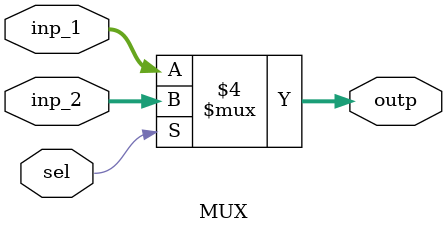
<source format=v>
`timescale 1ns / 1ps


module MUX(
    input wire [9:0] inp_1,
    input wire [9:0] inp_2,
    input wire sel,
    output reg [9:0] outp
    );
    
     always @(*) begin
        if (!sel) 
            outp = inp_1;
        else 
            outp = inp_2;
    end
    
endmodule

</source>
